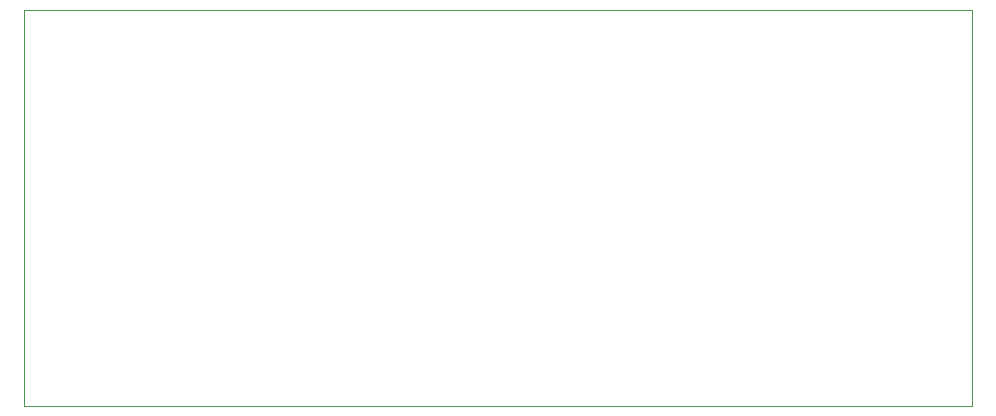
<source format=gbr>
%TF.GenerationSoftware,KiCad,Pcbnew,(5.1.10-1-10_14)*%
%TF.CreationDate,2021-10-28T13:44:03-04:00*%
%TF.ProjectId,ALU-Adder,414c552d-4164-4646-9572-2e6b69636164,rev?*%
%TF.SameCoordinates,Original*%
%TF.FileFunction,Profile,NP*%
%FSLAX46Y46*%
G04 Gerber Fmt 4.6, Leading zero omitted, Abs format (unit mm)*
G04 Created by KiCad (PCBNEW (5.1.10-1-10_14)) date 2021-10-28 13:44:03*
%MOMM*%
%LPD*%
G01*
G04 APERTURE LIST*
%TA.AperFunction,Profile*%
%ADD10C,0.050000*%
%TD*%
G04 APERTURE END LIST*
D10*
X108458000Y-75184000D02*
X107442000Y-75184000D01*
X108458000Y-108712000D02*
X107442000Y-108712000D01*
X187706000Y-108712000D02*
X187706000Y-108458000D01*
X186436000Y-108712000D02*
X187706000Y-108712000D01*
X186436000Y-75184000D02*
X187706000Y-75184000D01*
X108458000Y-108712000D02*
X186436000Y-108712000D01*
X107442000Y-75184000D02*
X107442000Y-108712000D01*
X186436000Y-75184000D02*
X108458000Y-75184000D01*
X187706000Y-108458000D02*
X187706000Y-75184000D01*
M02*

</source>
